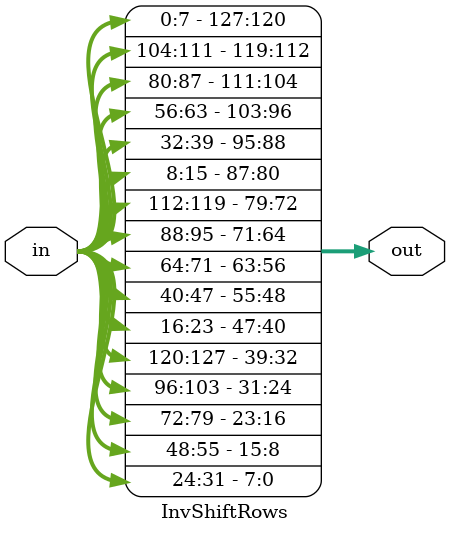
<source format=sv>
module InvShiftRows (	input		[0:127] in,
						output logic [0:127] out );
	/*
	assign out[0:31] = in[0:31];
	
	assign out[32:39] = in[56:63];
	assign out[40:47] = in[32:39];
	assign out[48:55] = in[40:47];
	assign out[56:63] = in[48:55];
	
	assign out[64:71] = in[80:87];
	assign out[72:79] = in[88:95];
	assign out[80:87] = in[64:71];
	assign out[88:95] = in[72:79];
	
	assign out[96:103] = in[120:127];
	assign out[104:111] = in[96:103];
	assign out[112:119] = in[104:111];
	assign out[120:127] = in[112:119];
	*/
	assign out[0:7] = in[0:7];
	assign out[32:39] = in[32:39];
	assign out[64:71] = in[64:71];
	assign out[96:103] = in[96:103];
	
	assign out[8:15] = in[104:111];
	assign out[40:47] = in[8:15];
	assign out[72:79] = in[40:47];
	assign out[104:111] = in[72:79];
	
	assign out[16:23] = in[80:87];
	assign out[48:55] = in[112:119];
	assign out[80:87] = in[16:23];
	assign out[112:119] = in[48:55];
	
	assign out[24:31] = in[56:63];
	assign out[56:63] = in[88:95];
	assign out[88:95] = in[120:127];
	assign out[120:127] = in[24:31];
	
endmodule

</source>
